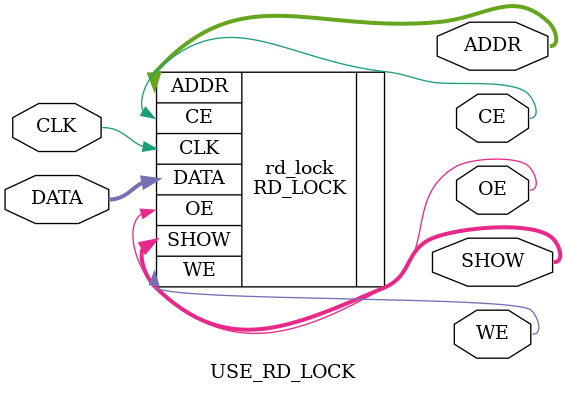
<source format=v>
`timescale 1ns / 1ps
module USE_RD_LOCK( CLK,
						  ADDR,
						  DATA,
						  WE,
						  CE,
						  OE,
						  SHOW
    );
	 
	 /*DEFINE THE INPUT/OUTPUT HERE*/
	 input CLK;
	 output[23:0] ADDR;
	 output[7:0] SHOW;
	 output WE;
	 output CE;
	 output OE;
	 inout[15:0] DATA;
	 //reg[3:0] count = 'd5;
	 
	 
	 /*DEFINE THE REGS HERE*/
	 
	 //reg[23:0] ADDRR = 'h020000;
	// reg[7:0] SHOW = 'h0000;
	// reg WE = 'b1;
	// reg CE = 'b1;
	// reg OE = 'b1;
	//assign ADDR = ADDRR;
	 
	 /*OPERATION STARTS HERE, READ TO DETERMINE WHETHER THE BLOCK IS LOCKED OR NOT */
	 
	 RD_LOCK rd_lock(
	 .CLK(CLK),
	 .ADDR(ADDR),
	 .DATA(DATA),
	 .SHOW(SHOW),
	 .CE(CE),
	 .OE(OE),
	 .WE(WE)
	 );
	
	
endmodule

</source>
